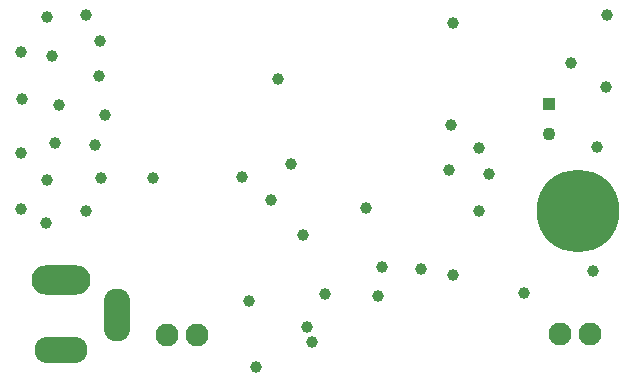
<source format=gbr>
%TF.GenerationSoftware,KiCad,Pcbnew,7.0.5-0*%
%TF.CreationDate,2023-07-07T08:59:55-04:00*%
%TF.ProjectId,PierogiNixiePSU,50696572-6f67-4694-9e69-786965505355,rev?*%
%TF.SameCoordinates,Original*%
%TF.FileFunction,Copper,L4,Bot*%
%TF.FilePolarity,Positive*%
%FSLAX46Y46*%
G04 Gerber Fmt 4.6, Leading zero omitted, Abs format (unit mm)*
G04 Created by KiCad (PCBNEW 7.0.5-0) date 2023-07-07 08:59:55*
%MOMM*%
%LPD*%
G01*
G04 APERTURE LIST*
%TA.AperFunction,ComponentPad*%
%ADD10C,1.950000*%
%TD*%
%TA.AperFunction,ComponentPad*%
%ADD11C,0.800000*%
%TD*%
%TA.AperFunction,ComponentPad*%
%ADD12C,7.000000*%
%TD*%
%TA.AperFunction,ComponentPad*%
%ADD13R,1.100000X1.100000*%
%TD*%
%TA.AperFunction,ComponentPad*%
%ADD14C,1.100000*%
%TD*%
%TA.AperFunction,ComponentPad*%
%ADD15O,5.000000X2.500000*%
%TD*%
%TA.AperFunction,ComponentPad*%
%ADD16O,4.500000X2.250000*%
%TD*%
%TA.AperFunction,ComponentPad*%
%ADD17O,2.250000X4.500000*%
%TD*%
%TA.AperFunction,ViaPad*%
%ADD18C,1.000000*%
%TD*%
G04 APERTURE END LIST*
D10*
%TO.P,J1,1,1*%
%TO.N,GND*%
X130430000Y-117000000D03*
%TO.P,J1,2,2*%
%TO.N,Net-(C1-+)*%
X132970000Y-117000000D03*
%TD*%
D11*
%TO.P,H1,1*%
%TO.N,N/C*%
X162600000Y-106500000D03*
X163368845Y-104643845D03*
X163368845Y-108356155D03*
X165225000Y-103875000D03*
D12*
X165225000Y-106500000D03*
D11*
X165225000Y-109125000D03*
X167081155Y-104643845D03*
X167081155Y-108356155D03*
X167850000Y-106500000D03*
%TD*%
D13*
%TO.P,C4,1,+*%
%TO.N,Net-(C4-+)*%
X162800000Y-97450000D03*
D14*
%TO.P,C4,2,-*%
%TO.N,GND*%
X162800000Y-99950000D03*
%TD*%
D10*
%TO.P,J2,1,1*%
%TO.N,Net-(C4-+)*%
X163730000Y-116900000D03*
%TO.P,J2,2,2*%
%TO.N,GND*%
X166270000Y-116900000D03*
%TD*%
D15*
%TO.P,J3,1*%
%TO.N,Net-(C1-+)*%
X121500000Y-112300000D03*
D16*
%TO.P,J3,2*%
%TO.N,GND*%
X121500000Y-118300000D03*
D17*
%TO.P,J3,3*%
X126200000Y-115300000D03*
%TD*%
D18*
%TO.N,GND*%
X118100000Y-106300000D03*
X142700000Y-117600000D03*
X121300000Y-97500000D03*
X124400000Y-100900000D03*
X160700000Y-113400000D03*
X152000000Y-111400000D03*
X137400000Y-114100000D03*
X123596113Y-89890947D03*
X118200000Y-97000000D03*
X167600000Y-96000000D03*
X125200000Y-98400000D03*
X166500000Y-111600000D03*
X124900000Y-103700000D03*
X166900000Y-101100000D03*
X121000000Y-100700000D03*
X154700000Y-111900000D03*
X142000000Y-108500000D03*
X164700000Y-94000000D03*
X124700000Y-95100000D03*
X156900000Y-106500000D03*
X124800000Y-92100000D03*
X139900000Y-95300000D03*
X118100000Y-93000000D03*
X141000000Y-102500000D03*
X120300000Y-90100000D03*
X157700000Y-103400000D03*
X154300000Y-103000000D03*
X143800000Y-113500000D03*
X156900000Y-101200000D03*
X120200000Y-107500000D03*
X154500000Y-99200000D03*
X120700000Y-93400000D03*
X148700000Y-111200000D03*
X139300000Y-105600000D03*
X123600000Y-106500000D03*
X147300000Y-106200000D03*
X148300000Y-113700000D03*
X142300000Y-116300000D03*
X136800000Y-103600000D03*
X154700000Y-90600000D03*
X120300000Y-103900000D03*
X129300000Y-103700000D03*
X138000000Y-119700000D03*
X167700000Y-89900000D03*
X118100000Y-101600000D03*
%TD*%
M02*

</source>
